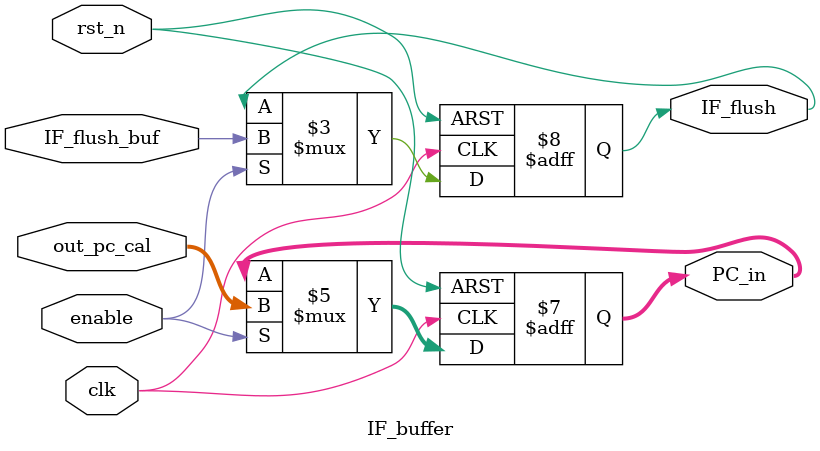
<source format=sv>
`timescale 1ns / 1ps


module IF_buffer(
input wire clk,
input wire rst_n,
input wire enable,
input wire [31:0] out_pc_cal,
input wire IF_flush_buf,
output reg [31:0] PC_in,
output reg IF_flush
);

always @(posedge clk or negedge rst_n) begin
    if (~rst_n) begin
        PC_in <= 32'h0000;
        IF_flush <= 1'b0;
    end
    else if (enable) begin
        PC_in <= out_pc_cal;
        IF_flush <= IF_flush_buf;
    end
end

//assign IF_flush = IF_flush_buf;

endmodule

</source>
